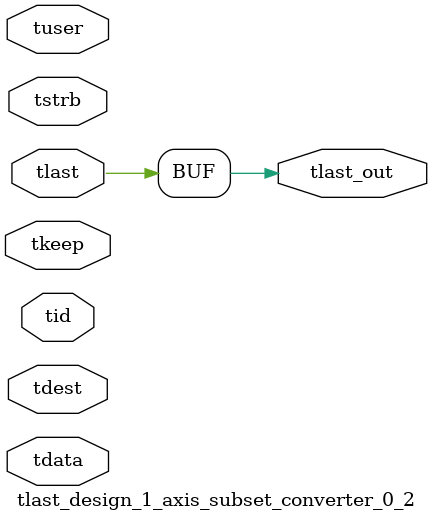
<source format=v>


`timescale 1ps/1ps

module tlast_design_1_axis_subset_converter_0_2 #
(
parameter C_S_AXIS_TID_WIDTH   = 1,
parameter C_S_AXIS_TUSER_WIDTH = 0,
parameter C_S_AXIS_TDATA_WIDTH = 0,
parameter C_S_AXIS_TDEST_WIDTH = 0
)
(
input  [(C_S_AXIS_TID_WIDTH   == 0 ? 1 : C_S_AXIS_TID_WIDTH)-1:0       ] tid,
input  [(C_S_AXIS_TDATA_WIDTH == 0 ? 1 : C_S_AXIS_TDATA_WIDTH)-1:0     ] tdata,
input  [(C_S_AXIS_TUSER_WIDTH == 0 ? 1 : C_S_AXIS_TUSER_WIDTH)-1:0     ] tuser,
input  [(C_S_AXIS_TDEST_WIDTH == 0 ? 1 : C_S_AXIS_TDEST_WIDTH)-1:0     ] tdest,
input  [(C_S_AXIS_TDATA_WIDTH/8)-1:0 ] tkeep,
input  [(C_S_AXIS_TDATA_WIDTH/8)-1:0 ] tstrb,
input  [0:0]                                                             tlast,
output                                                                   tlast_out
);

assign tlast_out = {tlast};

endmodule


</source>
